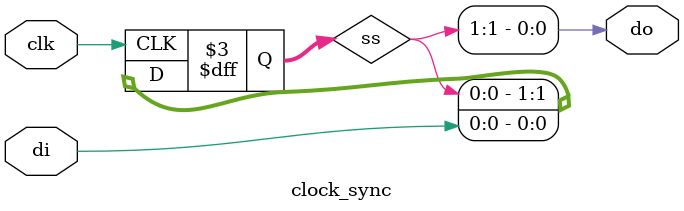
<source format=v>
`timescale 1ns / 10ps


module clock_sync
(
    input   clk,
            di,
    output  do
);
    (* ASYNC_REG = "TRUE" *) reg [1:0] ss = 2'b00;

    assign do = ss[1];

    always @(posedge clk) begin
        ss[0] <= di;
        ss[1] <= ss[0];
    end

endmodule
</source>
